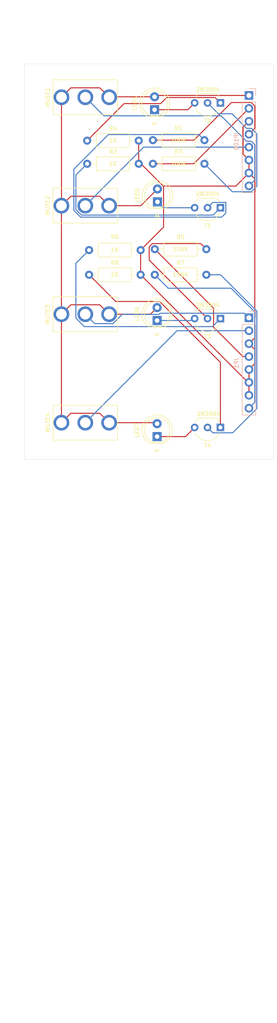
<source format=kicad_pcb>
(kicad_pcb (version 20241229) (generator "pcbnew") (generator_version "9.0")
  (layers (0 "F.Cu" signal) (2 "B.Cu" signal) (13 "F.Paste" user) (15 "B.Paste" user) (5 "F.SilkS" user "F.Silkscreen") (7 "B.SilkS" user "B.Silkscreen") (1 "F.Mask" user) (3 "B.Mask" user) (25 "Edge.Cuts" user))
  (net 0 "")
  (net 1 "GND_1")
  (net 2 "LED3_T")
  (net 3 "M4_T")
  (net 4 "LED4_T")
  (net 5 "M3_T")
  (net 6 "M1_T")
  (net 7 "LED2_T")
  (net 8 "+12V_1")
  (net 9 "M2_T")
  (net 10 "LED1_T")
  (net 11 "Net-(LED1-K)")
  (net 12 "Net-(LED5-K)")
  (net 13 "Net-(LED6-K)")
  (net 14 "Net-(LED7-K)")
  (net 15 "Net-(T1-B)")
  (net 16 "Net-(T1-E)")
  (net 17 "Net-(T2-B)")
  (net 18 "Net-(T2-E)")
  (net 19 "Net-(T3-B)")
  (net 20 "Net-(T3-E)")
  (net 21 "Net-(T4-B)")
  (net 22 "Net-(T4-E)")
  (footprint "AO_tht:R_Axial_DIN0207_L6.3mm_D2.5mm_P10.16mm_Horizontal" (layer "F.Cu") (at 25.945 53.975)
    (property "Reference" "R7" (at 5.08 -2.37 0) (layer "F.SilkS") (effects (font (size 0.8 0.8))))
    (property "Value" "100K")
    (fp_line (start 1.04 0) (end 1.81 0) (stroke (width 0.12)) (layer "F.SilkS"))
    (fp_line (start 1.81 -1.37) (end 1.81 1.37) (stroke (width 0.12)) (layer "F.SilkS"))
    (fp_line (start 1.81 1.37) (end 8.35 1.37) (stroke (width 0.12)) (layer "F.SilkS"))
    (fp_line (start 8.35 -1.37) (end 1.81 -1.37) (stroke (width 0.12)) (layer "F.SilkS"))
    (fp_line (start 8.35 1.37) (end 8.35 -1.37) (stroke (width 0.12)) (layer "F.SilkS"))
    (fp_line (start 9.12 0) (end 8.35 0) (stroke (width 0.12)) (layer "F.SilkS"))
    (fp_text user "${VALUE}" (at 5.08 0 0) (layer "F.SilkS") (effects (font (size 0.8 0.8))))
    (pad "1" thru_hole circle (at 0 0) (size 1.6 1.6) (drill 0.8) (layers "*.Cu" "*.Mask") (net 4 "LED4_T"))
    (pad "2" thru_hole oval (at 10.16 0) (size 1.6 1.6) (drill 0.8) (layers "*.Cu" "*.Mask") (net 21 "Net-(T4-B)"))
  )
  (footprint "AO_tht:SPDT-toggle-switch-1M-series" (layer "F.Cu") (at 12.25 83.06 90)
    (property "Reference" "MUTE4" (at 0 -7.4 90) (layer "F.SilkS") (effects (font (size 0.8 0.8))))
    (property "Value" "SW_SPDT_MSM")
    (fp_line (start 3.43 -6.35) (end 3.43 6.35) (stroke (width 0.12)) (layer "F.SilkS"))
    (fp_line (start 3.42 -6.35) (end 3.42 -6.34) (stroke (width 0.12)) (layer "F.SilkS"))
    (fp_line (start -3.43 -6.35) (end 3.42 -6.35) (stroke (width 0.12)) (layer "F.SilkS"))
    (fp_line (start -3.43 6.34) (end -3.43 -6.35) (stroke (width 0.12)) (layer "F.SilkS"))
    (fp_line (start 3.43 6.35) (end -3.43 6.35) (stroke (width 0.12)) (layer "F.SilkS"))
    (pad "1" thru_hole circle (at 0 4.7 90) (size 3.1 3.1) (drill 2.1) (layers "*.Cu" "*.Mask") (net 8 "+12V_1"))
    (pad "2" thru_hole circle (at 0 0 90) (size 3.1 3.1) (drill 2.1) (layers "*.Cu" "*.Mask") (net 3 "M4_T"))
    (pad "3" thru_hole circle (at 0 -4.7 90) (size 3.1 3.1) (drill 2.1) (layers "*.Cu" "*.Mask") (net 8 "+12V_1"))
  )
  (footprint "AO_tht:MountingHole_3.2mm_M3" (layer "F.Cu") (at 4.925 50.3)
    (property "Reference" "REF**" (hide yes))
    (property "Value" "MountingHole_3.2mm_M3")
    (pad "" np_thru_hole circle (at 0 0) (size 3.2 3.2) (drill 3.2) (layers "*.Cu" "*.Mask"))
  )
  (footprint "AO_tht:TO-92_Inline_Wide" (layer "F.Cu") (at 38.88 62.59 180)
    (property "Reference" "T3" (at 2.54 -3.56 0) (layer "F.SilkS") (effects (font (size 0.8 0.8))))
    (property "Value" "2N3904")
    (fp_line (start 0.74 1.85) (end 4.34 1.85) (stroke (width 0.12)) (layer "F.SilkS"))
    (fp_arc (start 4.864184 1.122795) (mid 4.633903 1.509328) (end 4.34 1.85) (stroke (width 0.12)) (layer "F.SilkS"))
    (fp_arc (start 2.54 -2.6) (mid 3.936979 -2.192818) (end 4.8964 -1.098807) (stroke (width 0.12)) (layer "F.SilkS"))
    (fp_arc (start 0.74 1.85) (mid 0.446097 1.509328) (end 0.215816 1.122795) (stroke (width 0.12)) (layer "F.SilkS"))
    (fp_arc (start 0.1836 -1.098807) (mid 1.143021 -2.192817) (end 2.54 -2.6) (stroke (width 0.12)) (layer "F.SilkS"))
    (fp_text user "${VALUE}" (at 2.48 2.64 0) (layer "F.SilkS") (effects (font (size 0.8 0.8))))
    (pad "1" thru_hole rect (at 0 0 270) (size 1.5 1.5) (drill 0.8) (layers "*.Cu" "*.Mask") (net 20 "Net-(T3-E)"))
    (pad "2" thru_hole circle (at 2.54 0 270) (size 1.5 1.5) (drill 0.8) (layers "*.Cu" "*.Mask") (net 19 "Net-(T3-B)"))
    (pad "3" thru_hole circle (at 5.08 0 270) (size 1.5 1.5) (drill 0.8) (layers "*.Cu" "*.Mask") (net 13 "Net-(LED6-K)"))
  )
  (footprint "AO_tht:R_Axial_DIN0207_L6.3mm_D2.5mm_P10.16mm_Horizontal" (layer "F.Cu") (at 12.995 53.975)
    (property "Reference" "R8" (at 5.08 -2.37 0) (layer "F.SilkS") (effects (font (size 0.8 0.8))))
    (property "Value" "1K")
    (fp_line (start 1.04 0) (end 1.81 0) (stroke (width 0.12)) (layer "F.SilkS"))
    (fp_line (start 1.81 -1.37) (end 1.81 1.37) (stroke (width 0.12)) (layer "F.SilkS"))
    (fp_line (start 1.81 1.37) (end 8.35 1.37) (stroke (width 0.12)) (layer "F.SilkS"))
    (fp_line (start 8.35 -1.37) (end 1.81 -1.37) (stroke (width 0.12)) (layer "F.SilkS"))
    (fp_line (start 8.35 1.37) (end 8.35 -1.37) (stroke (width 0.12)) (layer "F.SilkS"))
    (fp_line (start 9.12 0) (end 8.35 0) (stroke (width 0.12)) (layer "F.SilkS"))
    (fp_text user "${VALUE}" (at 5.08 0 0) (layer "F.SilkS") (effects (font (size 0.8 0.8))))
    (pad "1" thru_hole circle (at 0 0) (size 1.6 1.6) (drill 0.8) (layers "*.Cu" "*.Mask") (net 22 "Net-(T4-E)"))
    (pad "2" thru_hole oval (at 10.16 0) (size 1.6 1.6) (drill 0.8) (layers "*.Cu" "*.Mask") (net 1 "GND_1"))
  )
  (footprint "AO_tht:TO-92_Inline_Wide" (layer "F.Cu") (at 38.88 84 180)
    (property "Reference" "T4" (at 2.54 -3.56 0) (layer "F.SilkS") (effects (font (size 0.8 0.8))))
    (property "Value" "2N3904")
    (fp_line (start 0.74 1.85) (end 4.34 1.85) (stroke (width 0.12)) (layer "F.SilkS"))
    (fp_arc (start 4.864184 1.122795) (mid 4.633903 1.509328) (end 4.34 1.85) (stroke (width 0.12)) (layer "F.SilkS"))
    (fp_arc (start 2.54 -2.6) (mid 3.936979 -2.192818) (end 4.8964 -1.098807) (stroke (width 0.12)) (layer "F.SilkS"))
    (fp_arc (start 0.74 1.85) (mid 0.446097 1.509328) (end 0.215816 1.122795) (stroke (width 0.12)) (layer "F.SilkS"))
    (fp_arc (start 0.1836 -1.098807) (mid 1.143021 -2.192817) (end 2.54 -2.6) (stroke (width 0.12)) (layer "F.SilkS"))
    (fp_text user "${VALUE}" (at 2.33 2.675 0) (layer "F.SilkS") (effects (font (size 0.8 0.8))))
    (pad "1" thru_hole rect (at 0 0 270) (size 1.5 1.5) (drill 0.8) (layers "*.Cu" "*.Mask") (net 22 "Net-(T4-E)"))
    (pad "2" thru_hole circle (at 2.54 0 270) (size 1.5 1.5) (drill 0.8) (layers "*.Cu" "*.Mask") (net 21 "Net-(T4-B)"))
    (pad "3" thru_hole circle (at 5.08 0 270) (size 1.5 1.5) (drill 0.8) (layers "*.Cu" "*.Mask") (net 14 "Net-(LED7-K)"))
  )
  (footprint "AO_tht:TO-92_Inline_Wide" (layer "F.Cu") (at 38.88 40.8 180)
    (property "Reference" "T1" (at 2.54 -3.56 0) (layer "F.SilkS") (effects (font (size 0.8 0.8))))
    (property "Value" "2N3904")
    (fp_line (start 0.74 1.85) (end 4.34 1.85) (stroke (width 0.12)) (layer "F.SilkS"))
    (fp_arc (start 4.864184 1.122795) (mid 4.633903 1.509328) (end 4.34 1.85) (stroke (width 0.12)) (layer "F.SilkS"))
    (fp_arc (start 2.54 -2.6) (mid 3.936979 -2.192818) (end 4.8964 -1.098807) (stroke (width 0.12)) (layer "F.SilkS"))
    (fp_arc (start 0.74 1.85) (mid 0.446097 1.509328) (end 0.215816 1.122795) (stroke (width 0.12)) (layer "F.SilkS"))
    (fp_arc (start 0.1836 -1.098807) (mid 1.143021 -2.192817) (end 2.54 -2.6) (stroke (width 0.12)) (layer "F.SilkS"))
    (fp_text user "${VALUE}" (at 2.48 2.7 0) (layer "F.SilkS") (effects (font (size 0.8 0.8))))
    (pad "1" thru_hole rect (at 0 0 270) (size 1.5 1.5) (drill 0.8) (layers "*.Cu" "*.Mask") (net 16 "Net-(T1-E)"))
    (pad "2" thru_hole circle (at 2.54 0 270) (size 1.5 1.5) (drill 0.8) (layers "*.Cu" "*.Mask") (net 15 "Net-(T1-B)"))
    (pad "3" thru_hole circle (at 5.08 0 270) (size 1.5 1.5) (drill 0.8) (layers "*.Cu" "*.Mask") (net 12 "Net-(LED5-K)"))
  )
  (footprint "AO_tht:TO-92_Inline_Wide" (layer "F.Cu") (at 38.88 20.18 180)
    (property "Reference" "T2" (at 2.54 -3.56 0) (layer "F.SilkS") (effects (font (size 0.8 0.8))))
    (property "Value" "2N3904")
    (fp_line (start 0.74 1.85) (end 4.34 1.85) (stroke (width 0.12)) (layer "F.SilkS"))
    (fp_arc (start 4.864184 1.122795) (mid 4.633903 1.509328) (end 4.34 1.85) (stroke (width 0.12)) (layer "F.SilkS"))
    (fp_arc (start 2.54 -2.6) (mid 3.936979 -2.192818) (end 4.8964 -1.098807) (stroke (width 0.12)) (layer "F.SilkS"))
    (fp_arc (start 0.74 1.85) (mid 0.446097 1.509328) (end 0.215816 1.122795) (stroke (width 0.12)) (layer "F.SilkS"))
    (fp_arc (start 0.1836 -1.098807) (mid 1.143021 -2.192817) (end 2.54 -2.6) (stroke (width 0.12)) (layer "F.SilkS"))
    (fp_text user "${VALUE}" (at 2.48 2.605 0) (layer "F.SilkS") (effects (font (size 0.8 0.8))))
    (pad "1" thru_hole rect (at 0 0 270) (size 1.5 1.5) (drill 0.8) (layers "*.Cu" "*.Mask") (net 18 "Net-(T2-E)"))
    (pad "2" thru_hole circle (at 2.54 0 270) (size 1.5 1.5) (drill 0.8) (layers "*.Cu" "*.Mask") (net 17 "Net-(T2-B)"))
    (pad "3" thru_hole circle (at 5.08 0 270) (size 1.5 1.5) (drill 0.8) (layers "*.Cu" "*.Mask") (net 11 "Net-(LED1-K)"))
  )
  (footprint "AO_tht:LED_D5.0mm" (layer "F.Cu") (at 26.4 62.97 90)
    (property "Reference" "LED6" (at 1.27 -3.96 90) (layer "F.SilkS") (effects (font (size 0.8 0.8))))
    (property "Value" "LED_red")
    (fp_line (start -1.29 -1.545) (end -1.29 1.545) (stroke (width 0.12)) (layer "F.SilkS"))
    (fp_arc (start -1.29 -1.54483) (mid 2.072002 -2.880433) (end 4.26 0.000462) (stroke (width 0.12)) (layer "F.SilkS"))
    (fp_arc (start 4.26 -0.000462) (mid 2.072002 2.880433) (end -1.29 1.54483) (stroke (width 0.12)) (layer "F.SilkS"))
    (fp_circle (center 1.27 0) (end 3.77 0) (stroke (width 0.12)) (fill no) (layer "F.SilkS"))
    (fp_text user "K" (at -2.7 0 90) (layer "F.SilkS") (effects (font (size 0.8 0.8))))
    (pad "1" thru_hole rect (at 0 0 90) (size 1.8 1.8) (drill 0.9) (layers "*.Cu" "*.Mask") (net 13 "Net-(LED6-K)"))
    (pad "2" thru_hole circle (at 2.54 0 90) (size 1.8 1.8) (drill 0.9) (layers "*.Cu" "*.Mask") (net 8 "+12V_1"))
  )
  (footprint "AO_tht:R_Axial_DIN0207_L6.3mm_D2.5mm_P10.16mm_Horizontal" (layer "F.Cu") (at 12.62 27.6)
    (property "Reference" "R4" (at 5.08 -2.37 0) (layer "F.SilkS") (effects (font (size 0.8 0.8))))
    (property "Value" "1K")
    (fp_line (start 1.04 0) (end 1.81 0) (stroke (width 0.12)) (layer "F.SilkS"))
    (fp_line (start 1.81 -1.37) (end 1.81 1.37) (stroke (width 0.12)) (layer "F.SilkS"))
    (fp_line (start 1.81 1.37) (end 8.35 1.37) (stroke (width 0.12)) (layer "F.SilkS"))
    (fp_line (start 8.35 -1.37) (end 1.81 -1.37) (stroke (width 0.12)) (layer "F.SilkS"))
    (fp_line (start 8.35 1.37) (end 8.35 -1.37) (stroke (width 0.12)) (layer "F.SilkS"))
    (fp_line (start 9.12 0) (end 8.35 0) (stroke (width 0.12)) (layer "F.SilkS"))
    (fp_text user "${VALUE}" (at 5.08 0 0) (layer "F.SilkS") (effects (font (size 0.8 0.8))))
    (pad "1" thru_hole circle (at 0 0) (size 1.6 1.6) (drill 0.8) (layers "*.Cu" "*.Mask") (net 18 "Net-(T2-E)"))
    (pad "2" thru_hole oval (at 10.16 0) (size 1.6 1.6) (drill 0.8) (layers "*.Cu" "*.Mask") (net 1 "GND_1"))
  )
  (footprint "AO_tht:LED_D5.0mm" (layer "F.Cu") (at 26.4 85.795 90)
    (property "Reference" "LED7" (at 1.27 -3.96 90) (layer "F.SilkS") (effects (font (size 0.8 0.8))))
    (property "Value" "LED_red")
    (fp_line (start -1.29 -1.545) (end -1.29 1.545) (stroke (width 0.12)) (layer "F.SilkS"))
    (fp_arc (start -1.29 -1.54483) (mid 2.072002 -2.880433) (end 4.26 0.000462) (stroke (width 0.12)) (layer "F.SilkS"))
    (fp_arc (start 4.26 -0.000462) (mid 2.072002 2.880433) (end -1.29 1.54483) (stroke (width 0.12)) (layer "F.SilkS"))
    (fp_circle (center 1.27 0) (end 3.77 0) (stroke (width 0.12)) (fill no) (layer "F.SilkS"))
    (fp_text user "K" (at -2.7 0 90) (layer "F.SilkS") (effects (font (size 0.8 0.8))))
    (pad "1" thru_hole rect (at 0 0 90) (size 1.8 1.8) (drill 0.9) (layers "*.Cu" "*.Mask") (net 14 "Net-(LED7-K)"))
    (pad "2" thru_hole circle (at 2.54 0 90) (size 1.8 1.8) (drill 0.9) (layers "*.Cu" "*.Mask") (net 8 "+12V_1"))
  )
  (footprint "AO_tht:R_Axial_DIN0207_L6.3mm_D2.5mm_P10.16mm_Horizontal" (layer "F.Cu") (at 25.57 27.51)
    (property "Reference" "R1" (at 5.08 -2.37 0) (layer "F.SilkS") (effects (font (size 0.8 0.8))))
    (property "Value" "100K")
    (fp_line (start 1.04 0) (end 1.81 0) (stroke (width 0.12)) (layer "F.SilkS"))
    (fp_line (start 1.81 -1.37) (end 1.81 1.37) (stroke (width 0.12)) (layer "F.SilkS"))
    (fp_line (start 1.81 1.37) (end 8.35 1.37) (stroke (width 0.12)) (layer "F.SilkS"))
    (fp_line (start 8.35 -1.37) (end 1.81 -1.37) (stroke (width 0.12)) (layer "F.SilkS"))
    (fp_line (start 8.35 1.37) (end 8.35 -1.37) (stroke (width 0.12)) (layer "F.SilkS"))
    (fp_line (start 9.12 0) (end 8.35 0) (stroke (width 0.12)) (layer "F.SilkS"))
    (fp_text user "${VALUE}" (at 5.08 0 0) (layer "F.SilkS") (effects (font (size 0.8 0.8))))
    (pad "1" thru_hole circle (at 0 0) (size 1.6 1.6) (drill 0.8) (layers "*.Cu" "*.Mask") (net 10 "LED1_T"))
    (pad "2" thru_hole oval (at 10.16 0) (size 1.6 1.6) (drill 0.8) (layers "*.Cu" "*.Mask") (net 15 "Net-(T1-B)"))
  )
  (footprint "AO_tht:LED_D5.0mm" (layer "F.Cu") (at 25.9 21.52 90)
    (property "Reference" "LED1" (at 1.27 -3.96 90) (layer "F.SilkS") (effects (font (size 0.8 0.8))))
    (property "Value" "LED_red")
    (fp_line (start -1.29 -1.545) (end -1.29 1.545) (stroke (width 0.12)) (layer "F.SilkS"))
    (fp_arc (start -1.29 -1.54483) (mid 2.072002 -2.880433) (end 4.26 0.000462) (stroke (width 0.12)) (layer "F.SilkS"))
    (fp_arc (start 4.26 -0.000462) (mid 2.072002 2.880433) (end -1.29 1.54483) (stroke (width 0.12)) (layer "F.SilkS"))
    (fp_circle (center 1.27 0) (end 3.77 0) (stroke (width 0.12)) (fill no) (layer "F.SilkS"))
    (fp_text user "K" (at -2.7 0 90) (layer "F.SilkS") (effects (font (size 0.8 0.8))))
    (pad "1" thru_hole rect (at 0 0 90) (size 1.8 1.8) (drill 0.9) (layers "*.Cu" "*.Mask") (net 11 "Net-(LED1-K)"))
    (pad "2" thru_hole circle (at 2.54 0 90) (size 1.8 1.8) (drill 0.9) (layers "*.Cu" "*.Mask") (net 8 "+12V_1"))
  )
  (footprint "AO_tht:LED_D5.0mm" (layer "F.Cu") (at 26.475 39.645 90)
    (property "Reference" "LED5" (at 1.27 -3.96 90) (layer "F.SilkS") (effects (font (size 0.8 0.8))))
    (property "Value" "LED_red")
    (fp_line (start -1.29 -1.545) (end -1.29 1.545) (stroke (width 0.12)) (layer "F.SilkS"))
    (fp_arc (start -1.29 -1.54483) (mid 2.072002 -2.880433) (end 4.26 0.000462) (stroke (width 0.12)) (layer "F.SilkS"))
    (fp_arc (start 4.26 -0.000462) (mid 2.072002 2.880433) (end -1.29 1.54483) (stroke (width 0.12)) (layer "F.SilkS"))
    (fp_circle (center 1.27 0) (end 3.77 0) (stroke (width 0.12)) (fill no) (layer "F.SilkS"))
    (fp_text user "K" (at -2.7 0 90) (layer "F.SilkS") (effects (font (size 0.8 0.8))))
    (pad "1" thru_hole rect (at 0 0 90) (size 1.8 1.8) (drill 0.9) (layers "*.Cu" "*.Mask") (net 12 "Net-(LED5-K)"))
    (pad "2" thru_hole circle (at 2.54 0 90) (size 1.8 1.8) (drill 0.9) (layers "*.Cu" "*.Mask") (net 8 "+12V_1"))
  )
  (footprint "AO_tht:SPDT-toggle-switch-1M-series" (layer "F.Cu") (at 12.26 19.07 90)
    (property "Reference" "MUTE1" (at 0 -7.4 90) (layer "F.SilkS") (effects (font (size 0.8 0.8))))
    (property "Value" "SW_SPDT_MSM")
    (fp_line (start 3.43 -6.35) (end 3.43 6.35) (stroke (width 0.12)) (layer "F.SilkS"))
    (fp_line (start 3.42 -6.35) (end 3.42 -6.34) (stroke (width 0.12)) (layer "F.SilkS"))
    (fp_line (start -3.43 -6.35) (end 3.42 -6.35) (stroke (width 0.12)) (layer "F.SilkS"))
    (fp_line (start -3.43 6.34) (end -3.43 -6.35) (stroke (width 0.12)) (layer "F.SilkS"))
    (fp_line (start 3.43 6.35) (end -3.43 6.35) (stroke (width 0.12)) (layer "F.SilkS"))
    (pad "1" thru_hole circle (at 0 4.7 90) (size 3.1 3.1) (drill 2.1) (layers "*.Cu" "*.Mask") (net 8 "+12V_1"))
    (pad "2" thru_hole circle (at 0 0 90) (size 3.1 3.1) (drill 2.1) (layers "*.Cu" "*.Mask") (net 6 "M1_T"))
    (pad "3" thru_hole circle (at 0 -4.7 90) (size 3.1 3.1) (drill 2.1) (layers "*.Cu" "*.Mask") (net 8 "+12V_1"))
  )
  (footprint "AO_tht:R_Axial_DIN0207_L6.3mm_D2.5mm_P10.16mm_Horizontal" (layer "F.Cu") (at 12.995 49.125)
    (property "Reference" "R6" (at 5.08 -2.6 0) (layer "F.SilkS") (effects (font (size 0.8 0.8))))
    (property "Value" "1K")
    (fp_line (start 1.04 0) (end 1.81 0) (stroke (width 0.12)) (layer "F.SilkS"))
    (fp_line (start 1.81 -1.37) (end 1.81 1.37) (stroke (width 0.12)) (layer "F.SilkS"))
    (fp_line (start 1.81 1.37) (end 8.35 1.37) (stroke (width 0.12)) (layer "F.SilkS"))
    (fp_line (start 8.35 -1.37) (end 1.81 -1.37) (stroke (width 0.12)) (layer "F.SilkS"))
    (fp_line (start 8.35 1.37) (end 8.35 -1.37) (stroke (width 0.12)) (layer "F.SilkS"))
    (fp_line (start 9.12 0) (end 8.35 0) (stroke (width 0.12)) (layer "F.SilkS"))
    (fp_text user "${VALUE}" (at 5.08 0 0) (layer "F.SilkS") (effects (font (size 0.8 0.8))))
    (pad "1" thru_hole circle (at 0 0) (size 1.6 1.6) (drill 0.8) (layers "*.Cu" "*.Mask") (net 20 "Net-(T3-E)"))
    (pad "2" thru_hole oval (at 10.16 0) (size 1.6 1.6) (drill 0.8) (layers "*.Cu" "*.Mask") (net 1 "GND_1"))
  )
  (footprint "AO_tht:SPDT-toggle-switch-1M-series" (layer "F.Cu") (at 12.25 61.73 90)
    (property "Reference" "MUTE3" (at 0 -7.4 90) (layer "F.SilkS") (effects (font (size 0.8 0.8))))
    (property "Value" "SW_SPDT_MSM")
    (fp_line (start 3.43 -6.35) (end 3.43 6.35) (stroke (width 0.12)) (layer "F.SilkS"))
    (fp_line (start 3.42 -6.35) (end 3.42 -6.34) (stroke (width 0.12)) (layer "F.SilkS"))
    (fp_line (start -3.43 -6.35) (end 3.42 -6.35) (stroke (width 0.12)) (layer "F.SilkS"))
    (fp_line (start -3.43 6.34) (end -3.43 -6.35) (stroke (width 0.12)) (layer "F.SilkS"))
    (fp_line (start 3.43 6.35) (end -3.43 6.35) (stroke (width 0.12)) (layer "F.SilkS"))
    (pad "1" thru_hole circle (at 0 4.7 90) (size 3.1 3.1) (drill 2.1) (layers "*.Cu" "*.Mask") (net 8 "+12V_1"))
    (pad "2" thru_hole circle (at 0 0 90) (size 3.1 3.1) (drill 2.1) (layers "*.Cu" "*.Mask") (net 5 "M3_T"))
    (pad "3" thru_hole circle (at 0 -4.7 90) (size 3.1 3.1) (drill 2.1) (layers "*.Cu" "*.Mask") (net 8 "+12V_1"))
  )
  (footprint "AO_tht:R_Axial_DIN0207_L6.3mm_D2.5mm_P10.16mm_Horizontal" (layer "F.Cu") (at 12.62 32.15)
    (property "Reference" "R2" (at 5.08 -2.37 0) (layer "F.SilkS") (effects (font (size 0.8 0.8))))
    (property "Value" "1K")
    (fp_line (start 1.04 0) (end 1.81 0) (stroke (width 0.12)) (layer "F.SilkS"))
    (fp_line (start 1.81 -1.37) (end 1.81 1.37) (stroke (width 0.12)) (layer "F.SilkS"))
    (fp_line (start 1.81 1.37) (end 8.35 1.37) (stroke (width 0.12)) (layer "F.SilkS"))
    (fp_line (start 8.35 -1.37) (end 1.81 -1.37) (stroke (width 0.12)) (layer "F.SilkS"))
    (fp_line (start 8.35 1.37) (end 8.35 -1.37) (stroke (width 0.12)) (layer "F.SilkS"))
    (fp_line (start 9.12 0) (end 8.35 0) (stroke (width 0.12)) (layer "F.SilkS"))
    (fp_text user "${VALUE}" (at 5.08 0 0) (layer "F.SilkS") (effects (font (size 0.8 0.8))))
    (pad "1" thru_hole circle (at 0 0) (size 1.6 1.6) (drill 0.8) (layers "*.Cu" "*.Mask") (net 16 "Net-(T1-E)"))
    (pad "2" thru_hole oval (at 10.16 0) (size 1.6 1.6) (drill 0.8) (layers "*.Cu" "*.Mask") (net 1 "GND_1"))
  )
  (footprint "AO_tht:R_Axial_DIN0207_L6.3mm_D2.5mm_P10.16mm_Horizontal" (layer "F.Cu") (at 25.945 48.945)
    (property "Reference" "R5" (at 5.08 -2.37 0) (layer "F.SilkS") (effects (font (size 0.8 0.8))))
    (property "Value" "100K")
    (fp_line (start 1.04 0) (end 1.81 0) (stroke (width 0.12)) (layer "F.SilkS"))
    (fp_line (start 1.81 -1.37) (end 1.81 1.37) (stroke (width 0.12)) (layer "F.SilkS"))
    (fp_line (start 1.81 1.37) (end 8.35 1.37) (stroke (width 0.12)) (layer "F.SilkS"))
    (fp_line (start 8.35 -1.37) (end 1.81 -1.37) (stroke (width 0.12)) (layer "F.SilkS"))
    (fp_line (start 8.35 1.37) (end 8.35 -1.37) (stroke (width 0.12)) (layer "F.SilkS"))
    (fp_line (start 9.12 0) (end 8.35 0) (stroke (width 0.12)) (layer "F.SilkS"))
    (fp_text user "${VALUE}" (at 5.08 0 0) (layer "F.SilkS") (effects (font (size 0.8 0.8))))
    (pad "1" thru_hole circle (at 0 0) (size 1.6 1.6) (drill 0.8) (layers "*.Cu" "*.Mask") (net 2 "LED3_T"))
    (pad "2" thru_hole oval (at 10.16 0) (size 1.6 1.6) (drill 0.8) (layers "*.Cu" "*.Mask") (net 19 "Net-(T3-B)"))
  )
  (footprint "AO_tht:SPDT-toggle-switch-1M-series" (layer "F.Cu") (at 12.25 40.39 90)
    (property "Reference" "MUTE2" (at 0 -7.4 90) (layer "F.SilkS") (effects (font (size 0.8 0.8))))
    (property "Value" "SW_SPDT_MSM")
    (fp_line (start 3.43 -6.35) (end 3.43 6.35) (stroke (width 0.12)) (layer "F.SilkS"))
    (fp_line (start 3.42 -6.35) (end 3.42 -6.34) (stroke (width 0.12)) (layer "F.SilkS"))
    (fp_line (start -3.43 -6.35) (end 3.42 -6.35) (stroke (width 0.12)) (layer "F.SilkS"))
    (fp_line (start -3.43 6.34) (end -3.43 -6.35) (stroke (width 0.12)) (layer "F.SilkS"))
    (fp_line (start 3.43 6.35) (end -3.43 6.35) (stroke (width 0.12)) (layer "F.SilkS"))
    (pad "1" thru_hole circle (at 0 4.7 90) (size 3.1 3.1) (drill 2.1) (layers "*.Cu" "*.Mask") (net 8 "+12V_1"))
    (pad "2" thru_hole circle (at 0 0 90) (size 3.1 3.1) (drill 2.1) (layers "*.Cu" "*.Mask") (net 9 "M2_T"))
    (pad "3" thru_hole circle (at 0 -4.7 90) (size 3.1 3.1) (drill 2.1) (layers "*.Cu" "*.Mask") (net 8 "+12V_1"))
  )
  (footprint "AO_tht:R_Axial_DIN0207_L6.3mm_D2.5mm_P10.16mm_Horizontal" (layer "F.Cu") (at 25.57 32.15)
    (property "Reference" "R3" (at 5.08 -2.37 0) (layer "F.SilkS") (effects (font (size 0.8 0.8))))
    (property "Value" "100K")
    (fp_line (start 1.04 0) (end 1.81 0) (stroke (width 0.12)) (layer "F.SilkS"))
    (fp_line (start 1.81 -1.37) (end 1.81 1.37) (stroke (width 0.12)) (layer "F.SilkS"))
    (fp_line (start 1.81 1.37) (end 8.35 1.37) (stroke (width 0.12)) (layer "F.SilkS"))
    (fp_line (start 8.35 -1.37) (end 1.81 -1.37) (stroke (width 0.12)) (layer "F.SilkS"))
    (fp_line (start 8.35 1.37) (end 8.35 -1.37) (stroke (width 0.12)) (layer "F.SilkS"))
    (fp_line (start 9.12 0) (end 8.35 0) (stroke (width 0.12)) (layer "F.SilkS"))
    (fp_text user "${VALUE}" (at 5.08 0 0) (layer "F.SilkS") (effects (font (size 0.8 0.8))))
    (pad "1" thru_hole circle (at 0 0) (size 1.6 1.6) (drill 0.8) (layers "*.Cu" "*.Mask") (net 7 "LED2_T"))
    (pad "2" thru_hole oval (at 10.16 0) (size 1.6 1.6) (drill 0.8) (layers "*.Cu" "*.Mask") (net 17 "Net-(T2-B)"))
  )
  (footprint "AO_tht:PinHeader_1x08_P2.54mm_Vertical" (layer "B.Cu") (at 44.373 27.61 -90)
    (property "Reference" "JP100" (at 0 2.33 90) (layer "B.SilkS") (effects (font (size 0.8 0.8)) (justify mirror)))
    (property "Value" "Conn_01x08_MountingPin")
    (fp_line (start -7.62 1.203) (end 10.22 1.203) (stroke (width 0.12)) (layer "B.SilkS"))
    (fp_line (start -10.22 -1.457) (end -10.22 -0.127) (stroke (width 0.12)) (layer "B.SilkS"))
    (fp_line (start -8.89 -1.457) (end -10.22 -1.457) (stroke (width 0.12)) (layer "B.SilkS"))
    (fp_line (start -7.62 -1.457) (end -7.62 1.203) (stroke (width 0.12)) (layer "B.SilkS"))
    (fp_line (start -7.62 -1.457) (end 10.22 -1.457) (stroke (width 0.12)) (layer "B.SilkS"))
    (fp_line (start 10.22 -1.457) (end 10.22 1.203) (stroke (width 0.12)) (layer "B.SilkS"))
    (pad "1" thru_hole rect (at -8.89 -0.127 180) (size 1.7 1.7) (drill 1) (layers "*.Cu" "*.Mask") (net 8 "+12V_1"))
    (pad "2" thru_hole oval (at -6.35 -0.127 180) (size 1.7 1.7) (drill 1) (layers "*.Cu" "*.Mask") (net 7 "LED2_T"))
    (pad "3" thru_hole oval (at -3.81 -0.127 180) (size 1.7 1.7) (drill 1) (layers "*.Cu" "*.Mask") (net 1 "GND_1"))
    (pad "4" thru_hole oval (at -1.27 -0.127 180) (size 1.7 1.7) (drill 1) (layers "*.Cu" "*.Mask") (net 10 "LED1_T"))
    (pad "5" thru_hole oval (at 1.27 -0.127 180) (size 1.7 1.7) (drill 1) (layers "*.Cu" "*.Mask") (net 9 "M2_T"))
    (pad "6" thru_hole oval (at 3.81 -0.127 180) (size 1.7 1.7) (drill 1) (layers "*.Cu" "*.Mask") (net 1 "GND_1"))
    (pad "7" thru_hole oval (at 6.35 -0.127 180) (size 1.7 1.7) (drill 1) (layers "*.Cu" "*.Mask") (net 1 "GND_1"))
    (pad "8" thru_hole oval (at 8.89 -0.127 180) (size 1.7 1.7) (drill 1) (layers "*.Cu" "*.Mask") (net 6 "M1_T"))
  )
  (footprint "AO_tht:PinHeader_1x08_P2.54mm_Vertical" (layer "B.Cu") (at 44.373 71.325 -90)
    (property "Reference" "JP1" (at 0 2.33 90) (layer "B.SilkS") (effects (font (size 0.8 0.8)) (justify mirror)))
    (property "Value" "Conn_01x08_MountingPin")
    (fp_line (start -7.62 1.203) (end 10.22 1.203) (stroke (width 0.12)) (layer "B.SilkS"))
    (fp_line (start -10.22 -1.457) (end -10.22 -0.127) (stroke (width 0.12)) (layer "B.SilkS"))
    (fp_line (start -8.89 -1.457) (end -10.22 -1.457) (stroke (width 0.12)) (layer "B.SilkS"))
    (fp_line (start -7.62 -1.457) (end -7.62 1.203) (stroke (width 0.12)) (layer "B.SilkS"))
    (fp_line (start -7.62 -1.457) (end 10.22 -1.457) (stroke (width 0.12)) (layer "B.SilkS"))
    (fp_line (start 10.22 -1.457) (end 10.22 1.203) (stroke (width 0.12)) (layer "B.SilkS"))
    (pad "1" thru_hole rect (at -8.89 -0.127 180) (size 1.7 1.7) (drill 1) (layers "*.Cu" "*.Mask") (net 5 "M3_T"))
    (pad "2" thru_hole oval (at -6.35 -0.127 180) (size 1.7 1.7) (drill 1) (layers "*.Cu" "*.Mask") (net 3 "M4_T"))
    (pad "3" thru_hole oval (at -3.81 -0.127 180) (size 1.7 1.7) (drill 1) (layers "*.Cu" "*.Mask") (net 1 "GND_1"))
    (pad "4" thru_hole oval (at -1.27 -0.127 180) (size 1.7 1.7) (drill 1) (layers "*.Cu" "*.Mask") (net 2 "LED3_T"))
    (pad "5" thru_hole oval (at 1.27 -0.127 180) (size 1.7 1.7) (drill 1) (layers "*.Cu" "*.Mask") (net 1 "GND_1"))
    (pad "6" thru_hole oval (at 3.81 -0.127 180) (size 1.7 1.7) (drill 1) (layers "*.Cu" "*.Mask") (net 1 "GND_1"))
    (pad "7" thru_hole oval (at 6.35 -0.127 180) (size 1.7 1.7) (drill 1) (layers "*.Cu" "*.Mask") (net 1 "GND_1"))
    (pad "8" thru_hole oval (at 8.89 -0.127 180) (size 1.7 1.7) (drill 1) (layers "*.Cu" "*.Mask") (net 4 "LED4_T"))
  )
  (gr_rect (start 0.25 12.5) (end 49.4 90.25) (stroke (width 0.05)) (fill no) (layer "Edge.Cuts"))
  (segment (start 45.651 68.666) (end 45.651 71.444) (width 0.2) (layer "F.Cu") (net 1))
  (segment (start 23.218471 32.15) (end 27.609235 36.540765) (width 0.2) (layer "F.Cu") (net 1))
  (segment (start 22.78 27.6) (end 22.78 32.15) (width 0.2) (layer "F.Cu") (net 1))
  (segment (start 44.5 75.32) (end 23.155 53.975) (width 0.2) (layer "F.Cu") (net 1))
  (segment (start 45.651 71.444) (end 44.5 72.595) (width 0.2) (layer "F.Cu") (net 1))
  (segment (start 43.349 30.269) (end 44.5 31.42) (width 0.2) (layer "F.Cu") (net 1))
  (segment (start 44.5 77.675) (end 44.5 75.32) (width 0.2) (layer "F.Cu") (net 1))
  (segment (start 45.651 66.364) (end 44.5 67.515) (width 0.2) (layer "F.Cu") (net 1))
  (segment (start 44.5 31.42) (end 44.5 33.96) (width 0.2) (layer "F.Cu") (net 1))
  (segment (start 27.609235 36.540765) (end 27.676 36.607529) (width 0.2) (layer "F.Cu") (net 1))
  (segment (start 45.651 35.111) (end 45.651 66.364) (width 0.2) (layer "F.Cu") (net 1))
  (segment (start 27.676 44.604) (end 23.155 49.125) (width 0.2) (layer "F.Cu") (net 1))
  (segment (start 43.349 24.951) (end 43.349 30.269) (width 0.2) (layer "F.Cu") (net 1))
  (segment (start 44.5 75.135) (end 44.5 77.675) (width 0.2) (layer "F.Cu") (net 1))
  (segment (start 27.676 36.607529) (end 27.676 44.604) (width 0.2) (layer "F.Cu") (net 1))
  (segment (start 44.5 23.8) (end 43.349 24.951) (width 0.2) (layer "F.Cu") (net 1))
  (segment (start 44.5 72.595) (end 44.5 75.135) (width 0.2) (layer "F.Cu") (net 1))
  (segment (start 44.5 33.96) (end 41.919235 36.540765) (width 0.2) (layer "F.Cu") (net 1))
  (segment (start 44.5 33.96) (end 45.651 35.111) (width 0.2) (layer "F.Cu") (net 1))
  (segment (start 44.5 67.515) (end 45.651 68.666) (width 0.2) (layer "F.Cu") (net 1))
  (segment (start 22.78 32.15) (end 23.218471 32.15) (width 0.2) (layer "F.Cu") (net 1))
  (segment (start 41.919235 36.540765) (end 27.609235 36.540765) (width 0.2) (layer "F.Cu") (net 1))
  (segment (start 23.155 49.125) (end 23.155 53.975) (width 0.2) (layer "F.Cu") (net 1))
  (segment (start 25.945 48.945) (end 37.521 60.521) (width 0.2) (layer "F.Cu") (net 2))
  (segment (start 37.521 64.278081) (end 43.297919 70.055) (width 0.2) (layer "F.Cu") (net 2))
  (segment (start 43.297919 70.055) (end 44.5 70.055) (width 0.2) (layer "F.Cu") (net 2))
  (segment (start 37.521 60.521) (end 37.521 64.278081) (width 0.2) (layer "F.Cu") (net 2))
  (segment (start 44.5 64.975) (end 30.335 64.975) (width 0.2) (layer "B.Cu") (net 3))
  (segment (start 30.335 64.975) (end 12.25 83.06) (width 0.2) (layer "B.Cu") (net 3))
  (segment (start 45.651 61.284) (end 45.651 79.064) (width 0.2) (layer "B.Cu") (net 4))
  (segment (start 28.59 56.62) (end 40.987 56.62) (width 0.2) (layer "B.Cu") (net 4))
  (segment (start 45.651 79.064) (end 44.5 80.215) (width 0.2) (layer "B.Cu") (net 4))
  (segment (start 40.987 56.62) (end 45.651 61.284) (width 0.2) (layer "B.Cu") (net 4))
  (segment (start 25.945 53.975) (end 28.59 56.62) (width 0.2) (layer "B.Cu") (net 4))
  (segment (start 19.52871 61.769) (end 17.71671 63.581) (width 0.2) (layer "B.Cu") (net 5))
  (segment (start 14.101 63.581) (end 12.25 61.73) (width 0.2) (layer "B.Cu") (net 5))
  (segment (start 44.5 62.435) (end 43.604 61.539) (width 0.2) (layer "B.Cu") (net 5))
  (segment (start 43.604 61.539) (end 26.989471 61.539) (width 0.2) (layer "B.Cu") (net 5))
  (segment (start 17.71671 63.581) (end 14.101 63.581) (width 0.2) (layer "B.Cu") (net 5))
  (segment (start 26.759471 61.769) (end 19.52871 61.769) (width 0.2) (layer "B.Cu") (net 5))
  (segment (start 26.989471 61.539) (end 26.759471 61.769) (width 0.2) (layer "B.Cu") (net 5))
  (segment (start 45.651 28.40324) (end 44.97676 27.729) (width 0.2) (layer "B.Cu") (net 6))
  (segment (start 44.97676 27.729) (end 44.02324 27.729) (width 0.2) (layer "B.Cu") (net 6))
  (segment (start 44.5 36.5) (end 45.651 35.349) (width 0.2) (layer "B.Cu") (net 6))
  (segment (start 39.01524 22.721) (end 15.911 22.721) (width 0.2) (layer "B.Cu") (net 6))
  (segment (start 15.911 22.721) (end 12.26 19.07) (width 0.2) (layer "B.Cu") (net 6))
  (segment (start 44.02324 27.729) (end 39.01524 22.721) (width 0.2) (layer "B.Cu") (net 6))
  (segment (start 45.651 35.349) (end 45.651 28.40324) (width 0.2) (layer "B.Cu") (net 6))
  (segment (start 33.61 32.15) (end 25.57 32.15) (width 0.2) (layer "F.Cu") (net 7))
  (segment (start 44.5 21.26) (end 33.61 32.15) (width 0.2) (layer "F.Cu") (net 7))
  (segment (start 25.1 61.73) (end 26.4 60.43) (width 0.2) (layer "F.Cu") (net 8))
  (segment (start 9.401 81.209) (end 15.099 81.209) (width 0.2) (layer "F.Cu") (net 8))
  (segment (start 9.401 59.879) (end 15.099 59.879) (width 0.2) (layer "F.Cu") (net 8))
  (segment (start 9.401 38.539) (end 15.099 38.539) (width 0.2) (layer "F.Cu") (net 8))
  (segment (start 7.55 40.39) (end 9.401 38.539) (width 0.2) (layer "F.Cu") (net 8))
  (segment (start 15.099 38.539) (end 16.95 40.39) (width 0.2) (layer "F.Cu") (net 8))
  (segment (start 7.55 83.06) (end 9.401 81.209) (width 0.2) (layer "F.Cu") (net 8))
  (segment (start 16.95 61.73) (end 25.1 61.73) (width 0.2) (layer "F.Cu") (net 8))
  (segment (start 15.109 17.219) (end 16.96 19.07) (width 0.2) (layer "F.Cu") (net 8))
  (segment (start 7.56 40.38) (end 7.55 40.39) (width 0.2) (layer "F.Cu") (net 8))
  (segment (start 7.56 19.07) (end 7.56 40.38) (width 0.2) (layer "F.Cu") (net 8))
  (segment (start 15.099 59.879) (end 16.95 61.73) (width 0.2) (layer "F.Cu") (net 8))
  (segment (start 17.05 18.98) (end 16.96 19.07) (width 0.2) (layer "F.Cu") (net 8))
  (segment (start 16.95 83.06) (end 26.205 83.06) (width 0.2) (layer "F.Cu") (net 8))
  (segment (start 26.205 83.06) (end 26.4 83.255) (width 0.2) (layer "F.Cu") (net 8))
  (segment (start 44.5 18.72) (end 26.16 18.72) (width 0.2) (layer "F.Cu") (net 8))
  (segment (start 16.95 40.39) (end 23.19 40.39) (width 0.2) (layer "F.Cu") (net 8))
  (segment (start 7.55 61.73) (end 9.401 59.879) (width 0.2) (layer "F.Cu") (net 8))
  (segment (start 7.55 61.73) (end 7.55 83.06) (width 0.2) (layer "F.Cu") (net 8))
  (segment (start 26.16 18.72) (end 25.9 18.98) (width 0.2) (layer "F.Cu") (net 8))
  (segment (start 9.411 17.219) (end 15.109 17.219) (width 0.2) (layer "F.Cu") (net 8))
  (segment (start 23.19 40.39) (end 26.475 37.105) (width 0.2) (layer "F.Cu") (net 8))
  (segment (start 7.55 40.39) (end 7.55 61.73) (width 0.2) (layer "F.Cu") (net 8))
  (segment (start 25.9 18.98) (end 17.05 18.98) (width 0.2) (layer "F.Cu") (net 8))
  (segment (start 15.099 81.209) (end 16.95 83.06) (width 0.2) (layer "F.Cu") (net 8))
  (segment (start 7.56 19.07) (end 9.411 17.219) (width 0.2) (layer "F.Cu") (net 8))
  (segment (start 44.5 28.88) (end 23.76 28.88) (width 0.2) (layer "B.Cu") (net 9))
  (segment (start 23.76 28.88) (end 12.25 40.39) (width 0.2) (layer "B.Cu") (net 9))
  (segment (start 33.652 27.51) (end 25.57 27.51) (width 0.2) (layer "F.Cu") (net 10))
  (segment (start 45.651 25.189) (end 45.651 20.78324) (width 0.2) (layer "F.Cu") (net 10))
  (segment (start 44.5 26.34) (end 45.651 25.189) (width 0.2) (layer "F.Cu") (net 10))
  (segment (start 41.053 20.109) (end 33.652 27.51) (width 0.2) (layer "F.Cu") (net 10))
  (segment (start 45.651 20.78324) (end 44.97676 20.109) (width 0.2) (layer "F.Cu") (net 10))
  (segment (start 44.97676 20.109) (end 41.053 20.109) (width 0.2) (layer "F.Cu") (net 10))
  (segment (start 25.9 21.52) (end 32.46 21.52) (width 0.2) (layer "F.Cu") (net 11))
  (segment (start 32.46 21.52) (end 33.8 20.18) (width 0.2) (layer "F.Cu") (net 11))
  (segment (start 33.8 40.8) (end 27.63 40.8) (width 0.2) (layer "B.Cu") (net 12))
  (segment (start 27.63 40.8) (end 26.475 39.645) (width 0.2) (layer "B.Cu") (net 12))
  (segment (start 26.4 62.97) (end 33.42 62.97) (width 0.2) (layer "B.Cu") (net 13))
  (segment (start 33.42 62.97) (end 33.8 62.59) (width 0.2) (layer "B.Cu") (net 13))
  (segment (start 32.005 85.795) (end 33.8 84) (width 0.2) (layer "F.Cu") (net 14))
  (segment (start 26.4 85.795) (end 32.005 85.795) (width 0.2) (layer "F.Cu") (net 14))
  (segment (start 11.31719 42.642) (end 39.14 42.642) (width 0.2) (layer "B.Cu") (net 15))
  (segment (start 37.391 39.749) (end 36.34 40.8) (width 0.2) (layer "B.Cu") (net 15))
  (segment (start 34.629 26.409) (end 16.80395 26.409) (width 0.2) (layer "B.Cu") (net 15))
  (segment (start 35.73 27.51) (end 34.629 26.409) (width 0.2) (layer "B.Cu") (net 15))
  (segment (start 39.14 42.642) (end 39.931 41.851) (width 0.2) (layer "B.Cu") (net 15))
  (segment (start 39.931 41.851) (end 39.931 39.749) (width 0.2) (layer "B.Cu") (net 15))
  (segment (start 16.80395 26.409) (end 9.998 33.21495) (width 0.2) (layer "B.Cu") (net 15))
  (segment (start 39.931 39.749) (end 37.391 39.749) (width 0.2) (layer "B.Cu") (net 15))
  (segment (start 9.998 41.32281) (end 11.31719 42.642) (width 0.2) (layer "B.Cu") (net 15))
  (segment (start 9.998 33.21495) (end 9.998 41.32281) (width 0.2) (layer "B.Cu") (net 15))
  (segment (start 37.439 42.241) (end 38.88 40.8) (width 0.2) (layer "B.Cu") (net 16))
  (segment (start 11.48329 42.241) (end 37.439 42.241) (width 0.2) (layer "B.Cu") (net 16))
  (segment (start 10.399 34.371) (end 10.399 41.15671) (width 0.2) (layer "B.Cu") (net 16))
  (segment (start 12.62 32.15) (end 10.399 34.371) (width 0.2) (layer "B.Cu") (net 16))
  (segment (start 10.399 41.15671) (end 11.48329 42.241) (width 0.2) (layer "B.Cu") (net 16))
  (segment (start 41.231 37.651) (end 35.73 32.15) (width 0.2) (layer "B.Cu") (net 17))
  (segment (start 46.052 36.57576) (end 44.97676 37.651) (width 0.2) (layer "B.Cu") (net 17))
  (segment (start 41.15424 22.32) (end 44.02324 25.189) (width 0.2) (layer "B.Cu") (net 17))
  (segment (start 38.48 22.32) (end 41.15424 22.32) (width 0.2) (layer "B.Cu") (net 17))
  (segment (start 44.97676 37.651) (end 41.231 37.651) (width 0.2) (layer "B.Cu") (net 17))
  (segment (start 46.052 26.26424) (end 46.052 36.57576) (width 0.2) (layer "B.Cu") (net 17))
  (segment (start 44.97676 25.189) (end 46.052 26.26424) (width 0.2) (layer "B.Cu") (net 17))
  (segment (start 36.34 20.18) (end 38.48 22.32) (width 0.2) (layer "B.Cu") (net 17))
  (segment (start 44.02324 25.189) (end 44.97676 25.189) (width 0.2) (layer "B.Cu") (net 17))
  (segment (start 38.88 20.18) (end 37.829 19.129) (width 0.2) (layer "F.Cu") (net 18))
  (segment (start 27.101 20.319) (end 19.901 20.319) (width 0.2) (layer "F.Cu") (net 18))
  (segment (start 37.829 19.129) (end 28.291 19.129) (width 0.2) (layer "F.Cu") (net 18))
  (segment (start 28.291 19.129) (end 27.101 20.319) (width 0.2) (layer "F.Cu") (net 18))
  (segment (start 19.901 20.319) (end 12.62 27.6) (width 0.2) (layer "F.Cu") (net 18))
  (segment (start 36.105 48.945) (end 35.004 47.844) (width 0.2) (layer "F.Cu") (net 19))
  (segment (start 25.48895 47.844) (end 24.844 48.48895) (width 0.2) (layer "F.Cu") (net 19))
  (segment (start 24.844 48.48895) (end 24.844 51.094) (width 0.2) (layer "F.Cu") (net 19))
  (segment (start 35.004 47.844) (end 25.48895 47.844) (width 0.2) (layer "F.Cu") (net 19))
  (segment (start 24.844 51.094) (end 36.34 62.59) (width 0.2) (layer "F.Cu") (net 19))
  (segment (start 12.995 49.125) (end 10.399 51.721) (width 0.2) (layer "B.Cu") (net 20))
  (segment (start 10.399 62.49671) (end 12.07329 64.171) (width 0.2) (layer "B.Cu") (net 20))
  (segment (start 37.299 64.171) (end 38.88 62.59) (width 0.2) (layer "B.Cu") (net 20))
  (segment (start 10.399 51.721) (end 10.399 62.49671) (width 0.2) (layer "B.Cu") (net 20))
  (segment (start 12.07329 64.171) (end 37.299 64.171) (width 0.2) (layer "B.Cu") (net 20))
  (segment (start 37.391 85.051) (end 36.34 84) (width 0.2) (layer "B.Cu") (net 21))
  (segment (start 46.052 80.29076) (end 41.29176 85.051) (width 0.2) (layer "B.Cu") (net 21))
  (segment (start 38.9091 53.975) (end 46.052 61.1179) (width 0.2) (layer "B.Cu") (net 21))
  (segment (start 46.052 61.1179) (end 46.052 80.29076) (width 0.2) (layer "B.Cu") (net 21))
  (segment (start 36.105 53.975) (end 38.9091 53.975) (width 0.2) (layer "B.Cu") (net 21))
  (segment (start 41.29176 85.051) (end 37.391 85.051) (width 0.2) (layer "B.Cu") (net 21))
  (segment (start 26.897471 59.229) (end 38.88 71.211529) (width 0.2) (layer "F.Cu") (net 22))
  (segment (start 38.88 71.211529) (end 38.88 84) (width 0.2) (layer "F.Cu") (net 22))
  (segment (start 12.995 53.975) (end 18.249 59.229) (width 0.2) (layer "F.Cu") (net 22))
  (segment (start 18.249 59.229) (end 26.897471 59.229) (width 0.2) (layer "F.Cu") (net 22))
)
</source>
